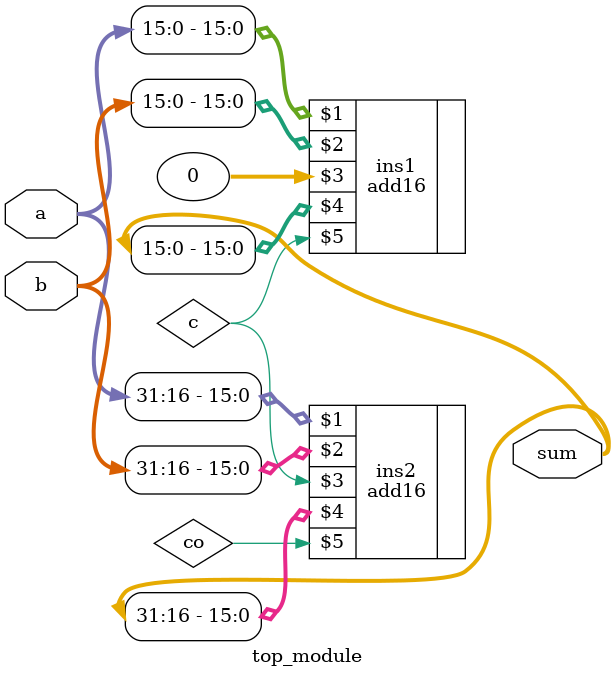
<source format=v>
module top_module(
    input [31:0] a,
    input [31:0] b,
    output [31:0] sum
);
    wire c,co;
    add16 ins1(a[15:0],b[15:0],0,sum[15:0],c);
    add16 ins2(a[31:16],b[31:16],c,sum[31:16],co);
endmodule

</source>
